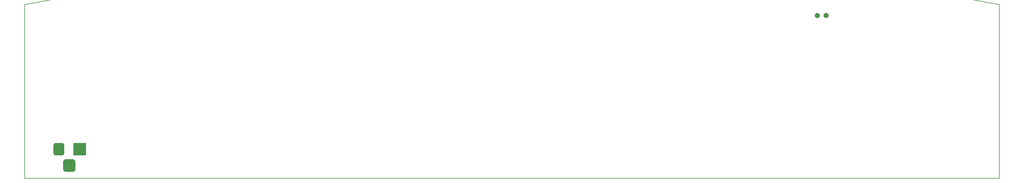
<source format=gbr>
%TF.GenerationSoftware,KiCad,Pcbnew,5.0.2-bee76a0~70~ubuntu18.04.1*%
%TF.CreationDate,2019-04-07T12:31:35-04:00*%
%TF.ProjectId,pcbnameplate,7063626e-616d-4657-906c-6174652e6b69,rev?*%
%TF.SameCoordinates,Original*%
%TF.FileFunction,Soldermask,Bot*%
%TF.FilePolarity,Negative*%
%FSLAX46Y46*%
G04 Gerber Fmt 4.6, Leading zero omitted, Abs format (unit mm)*
G04 Created by KiCad (PCBNEW 5.0.2-bee76a0~70~ubuntu18.04.1) date Sun 07 Apr 2019 12:31:35 PM EDT*
%MOMM*%
%LPD*%
G01*
G04 APERTURE LIST*
%ADD10C,0.200000*%
%ADD11C,0.100000*%
G04 APERTURE END LIST*
D10*
X36677600Y-138734800D02*
X36677600Y-88734800D01*
X316677600Y-138734800D02*
X316677600Y-88734800D01*
X36677600Y-88734800D02*
G75*
G02X316677600Y-88734800I140000000J-730000000D01*
G01*
X36677600Y-138734800D02*
X316677600Y-138734800D01*
D11*
G36*
X50602766Y-133268495D02*
X50759858Y-133316148D01*
X50904630Y-133393531D01*
X51031528Y-133497672D01*
X51135669Y-133624570D01*
X51213052Y-133769342D01*
X51260705Y-133926434D01*
X51277400Y-134095940D01*
X51277400Y-136009660D01*
X51260705Y-136179166D01*
X51213052Y-136336258D01*
X51135669Y-136481030D01*
X51031528Y-136607928D01*
X50904630Y-136712069D01*
X50759858Y-136789452D01*
X50602766Y-136837105D01*
X50433260Y-136853800D01*
X48519540Y-136853800D01*
X48350034Y-136837105D01*
X48192942Y-136789452D01*
X48048170Y-136712069D01*
X47921272Y-136607928D01*
X47817131Y-136481030D01*
X47739748Y-136336258D01*
X47692095Y-136179166D01*
X47675400Y-136009660D01*
X47675400Y-134095940D01*
X47692095Y-133926434D01*
X47739748Y-133769342D01*
X47817131Y-133624570D01*
X47921272Y-133497672D01*
X48048170Y-133393531D01*
X48192942Y-133316148D01*
X48350034Y-133268495D01*
X48519540Y-133251800D01*
X50433260Y-133251800D01*
X50602766Y-133268495D01*
X50602766Y-133268495D01*
G37*
G36*
X54277400Y-132153800D02*
X50675400Y-132153800D01*
X50675400Y-128551800D01*
X54277400Y-128551800D01*
X54277400Y-132153800D01*
X54277400Y-132153800D01*
G37*
G36*
X47453378Y-128566093D02*
X47587027Y-128606635D01*
X47710182Y-128672462D01*
X47818139Y-128761061D01*
X47906738Y-128869018D01*
X47972565Y-128992173D01*
X48013107Y-129125822D01*
X48027400Y-129270940D01*
X48027400Y-131434660D01*
X48013107Y-131579778D01*
X47972565Y-131713427D01*
X47906738Y-131836582D01*
X47818139Y-131944539D01*
X47710182Y-132033138D01*
X47587027Y-132098965D01*
X47453378Y-132139507D01*
X47308260Y-132153800D01*
X45644540Y-132153800D01*
X45499422Y-132139507D01*
X45365773Y-132098965D01*
X45242618Y-132033138D01*
X45134661Y-131944539D01*
X45046062Y-131836582D01*
X44980235Y-131713427D01*
X44939693Y-131579778D01*
X44925400Y-131434660D01*
X44925400Y-129270940D01*
X44939693Y-129125822D01*
X44980235Y-128992173D01*
X45046062Y-128869018D01*
X45134661Y-128761061D01*
X45242618Y-128672462D01*
X45365773Y-128606635D01*
X45499422Y-128566093D01*
X45644540Y-128551800D01*
X47308260Y-128551800D01*
X47453378Y-128566093D01*
X47453378Y-128566093D01*
G37*
G36*
X267060604Y-91132344D02*
X267147659Y-91149660D01*
X267284332Y-91206272D01*
X267284333Y-91206273D01*
X267407338Y-91288462D01*
X267511938Y-91393062D01*
X267511940Y-91393065D01*
X267594128Y-91516068D01*
X267650740Y-91652741D01*
X267679600Y-91797833D01*
X267679600Y-91945767D01*
X267650740Y-92090859D01*
X267594128Y-92227532D01*
X267594127Y-92227533D01*
X267511938Y-92350538D01*
X267407338Y-92455138D01*
X267407335Y-92455140D01*
X267284332Y-92537328D01*
X267147659Y-92593940D01*
X267060604Y-92611256D01*
X267002569Y-92622800D01*
X266854631Y-92622800D01*
X266796596Y-92611256D01*
X266709541Y-92593940D01*
X266572868Y-92537328D01*
X266449865Y-92455140D01*
X266449862Y-92455138D01*
X266345262Y-92350538D01*
X266263073Y-92227533D01*
X266263072Y-92227532D01*
X266206460Y-92090859D01*
X266177600Y-91945767D01*
X266177600Y-91797833D01*
X266206460Y-91652741D01*
X266263072Y-91516068D01*
X266345260Y-91393065D01*
X266345262Y-91393062D01*
X266449862Y-91288462D01*
X266572867Y-91206273D01*
X266572868Y-91206272D01*
X266709541Y-91149660D01*
X266796596Y-91132344D01*
X266854631Y-91120800D01*
X267002569Y-91120800D01*
X267060604Y-91132344D01*
X267060604Y-91132344D01*
G37*
G36*
X264520604Y-91132344D02*
X264607659Y-91149660D01*
X264744332Y-91206272D01*
X264744333Y-91206273D01*
X264867338Y-91288462D01*
X264971938Y-91393062D01*
X264971940Y-91393065D01*
X265054128Y-91516068D01*
X265110740Y-91652741D01*
X265139600Y-91797833D01*
X265139600Y-91945767D01*
X265110740Y-92090859D01*
X265054128Y-92227532D01*
X265054127Y-92227533D01*
X264971938Y-92350538D01*
X264867338Y-92455138D01*
X264867335Y-92455140D01*
X264744332Y-92537328D01*
X264607659Y-92593940D01*
X264520604Y-92611256D01*
X264462569Y-92622800D01*
X264314631Y-92622800D01*
X264256596Y-92611256D01*
X264169541Y-92593940D01*
X264032868Y-92537328D01*
X263909865Y-92455140D01*
X263909862Y-92455138D01*
X263805262Y-92350538D01*
X263723073Y-92227533D01*
X263723072Y-92227532D01*
X263666460Y-92090859D01*
X263637600Y-91945767D01*
X263637600Y-91797833D01*
X263666460Y-91652741D01*
X263723072Y-91516068D01*
X263805260Y-91393065D01*
X263805262Y-91393062D01*
X263909862Y-91288462D01*
X264032867Y-91206273D01*
X264032868Y-91206272D01*
X264169541Y-91149660D01*
X264256596Y-91132344D01*
X264314631Y-91120800D01*
X264462569Y-91120800D01*
X264520604Y-91132344D01*
X264520604Y-91132344D01*
G37*
M02*

</source>
